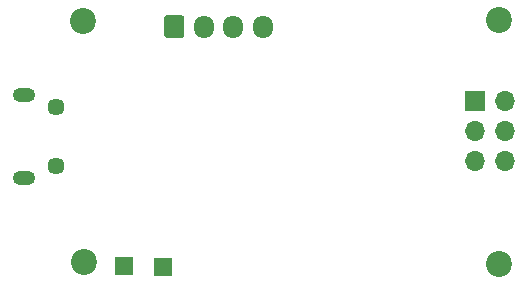
<source format=gbr>
%TF.GenerationSoftware,KiCad,Pcbnew,(5.1.10)-1*%
%TF.CreationDate,2022-01-07T09:45:11+03:00*%
%TF.ProjectId,calve_heater,63616c76-655f-4686-9561-7465722e6b69,rev?*%
%TF.SameCoordinates,Original*%
%TF.FileFunction,Soldermask,Bot*%
%TF.FilePolarity,Negative*%
%FSLAX46Y46*%
G04 Gerber Fmt 4.6, Leading zero omitted, Abs format (unit mm)*
G04 Created by KiCad (PCBNEW (5.1.10)-1) date 2022-01-07 09:45:11*
%MOMM*%
%LPD*%
G01*
G04 APERTURE LIST*
%ADD10C,2.200000*%
%ADD11C,1.450000*%
%ADD12O,1.900000X1.200000*%
%ADD13O,1.700000X1.950000*%
%ADD14R,1.700000X1.700000*%
%ADD15O,1.700000X1.700000*%
%ADD16R,1.500000X1.500000*%
G04 APERTURE END LIST*
D10*
%TO.C,H2*%
X18475000Y-127250000D03*
%TD*%
%TO.C,H1*%
X18550000Y-147700000D03*
%TD*%
%TO.C,H3*%
X53725000Y-127150000D03*
%TD*%
%TO.C,H4*%
X53725000Y-147850000D03*
%TD*%
D11*
%TO.C,J1*%
X16162500Y-134550000D03*
X16162500Y-139550000D03*
D12*
X13462500Y-133550000D03*
X13462500Y-140550000D03*
%TD*%
%TO.C,J2*%
G36*
G01*
X25350000Y-128450000D02*
X25350000Y-127000000D01*
G75*
G02*
X25600000Y-126750000I250000J0D01*
G01*
X26800000Y-126750000D01*
G75*
G02*
X27050000Y-127000000I0J-250000D01*
G01*
X27050000Y-128450000D01*
G75*
G02*
X26800000Y-128700000I-250000J0D01*
G01*
X25600000Y-128700000D01*
G75*
G02*
X25350000Y-128450000I0J250000D01*
G01*
G37*
D13*
X28700000Y-127725000D03*
X31200000Y-127725000D03*
X33700000Y-127725000D03*
%TD*%
D14*
%TO.C,J3*%
X51625000Y-134025000D03*
D15*
X54165000Y-134025000D03*
X51625000Y-136565000D03*
X54165000Y-136565000D03*
X51625000Y-139105000D03*
X54165000Y-139105000D03*
%TD*%
D16*
%TO.C,bat+*%
X21975000Y-148025000D03*
%TD*%
%TO.C,bat-*%
X25250000Y-148125000D03*
%TD*%
M02*

</source>
